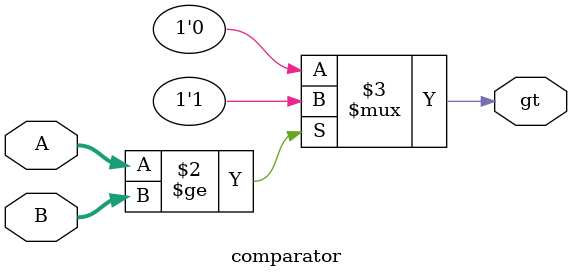
<source format=sv>
module comparator(A,B,gt);
    input [9:0] A,B;
    output gt;
    reg gt;
    always @(A,B) begin
        gt=(A>=B)?1'b1:1'b0;
    end
endmodule
</source>
